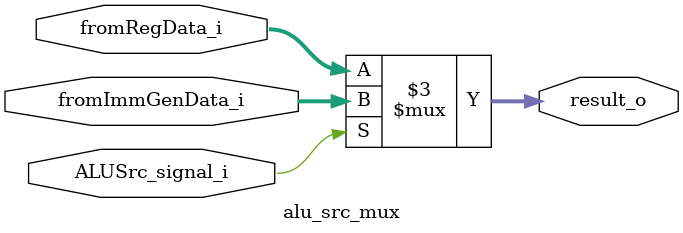
<source format=sv>
`timescale 1ns / 1ps


module alu_src_mux(
    input logic [31:0] fromRegData_i,
    input logic [31:0] fromImmGenData_i,
    input logic        ALUSrc_signal_i,
    
    output logic [31:0] result_o
    
    );
    
    always_comb begin
    
    if(ALUSrc_signal_i)
        result_o = fromImmGenData_i;
        else
        result_o = fromRegData_i;
          
    end
    
endmodule

</source>
